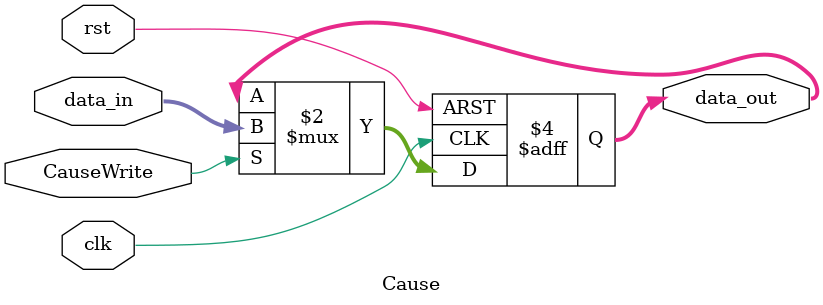
<source format=v>
module Cause(data_in, data_out, rst, clk, CauseWrite);
  
  /*
  *[31:4] Unused
  *[3:2] ExcCode
  *[1:0] 2'b00
  */
  
  input [31:0] data_in;
  input rst;
  input clk;
  input CauseWrite;
  output reg [31:0] data_out;
  
  always @ (posedge clk or posedge rst)
  begin
    if (rst)
      data_out <= 32'h0000_0000;
    else
      begin
        if (CauseWrite)
          data_out <= data_in;
      end
  end
  
endmodule
</source>
